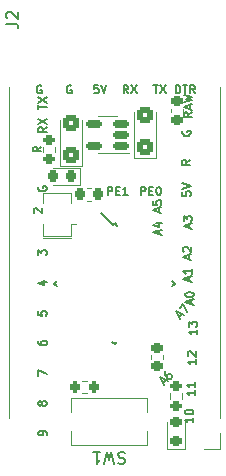
<source format=gbr>
%TF.GenerationSoftware,KiCad,Pcbnew,6.0.11-2627ca5db0~126~ubuntu22.04.1*%
%TF.CreationDate,2023-09-30T14:12:33+02:00*%
%TF.ProjectId,atmega328pb-nano,61746d65-6761-4333-9238-70622d6e616e,rev?*%
%TF.SameCoordinates,Original*%
%TF.FileFunction,Legend,Top*%
%TF.FilePolarity,Positive*%
%FSLAX46Y46*%
G04 Gerber Fmt 4.6, Leading zero omitted, Abs format (unit mm)*
G04 Created by KiCad (PCBNEW 6.0.11-2627ca5db0~126~ubuntu22.04.1) date 2023-09-30 14:12:33*
%MOMM*%
%LPD*%
G01*
G04 APERTURE LIST*
G04 Aperture macros list*
%AMRoundRect*
0 Rectangle with rounded corners*
0 $1 Rounding radius*
0 $2 $3 $4 $5 $6 $7 $8 $9 X,Y pos of 4 corners*
0 Add a 4 corners polygon primitive as box body*
4,1,4,$2,$3,$4,$5,$6,$7,$8,$9,$2,$3,0*
0 Add four circle primitives for the rounded corners*
1,1,$1+$1,$2,$3*
1,1,$1+$1,$4,$5*
1,1,$1+$1,$6,$7*
1,1,$1+$1,$8,$9*
0 Add four rect primitives between the rounded corners*
20,1,$1+$1,$2,$3,$4,$5,0*
20,1,$1+$1,$4,$5,$6,$7,0*
20,1,$1+$1,$6,$7,$8,$9,0*
20,1,$1+$1,$8,$9,$2,$3,0*%
%AMRotRect*
0 Rectangle, with rotation*
0 The origin of the aperture is its center*
0 $1 length*
0 $2 width*
0 $3 Rotation angle, in degrees counterclockwise*
0 Add horizontal line*
21,1,$1,$2,0,0,$3*%
G04 Aperture macros list end*
%ADD10C,0.150000*%
%ADD11C,0.120000*%
%ADD12R,1.700000X1.700000*%
%ADD13O,1.700000X1.700000*%
%ADD14RoundRect,0.200000X-0.200000X-0.275000X0.200000X-0.275000X0.200000X0.275000X-0.200000X0.275000X0*%
%ADD15RoundRect,0.200000X0.275000X-0.200000X0.275000X0.200000X-0.275000X0.200000X-0.275000X-0.200000X0*%
%ADD16RoundRect,0.225000X0.250000X-0.225000X0.250000X0.225000X-0.250000X0.225000X-0.250000X-0.225000X0*%
%ADD17RoundRect,0.218750X0.218750X0.256250X-0.218750X0.256250X-0.218750X-0.256250X0.218750X-0.256250X0*%
%ADD18RoundRect,0.250000X0.425000X-0.450000X0.425000X0.450000X-0.425000X0.450000X-0.425000X-0.450000X0*%
%ADD19R,1.900000X0.400000*%
%ADD20RoundRect,0.225000X-0.225000X-0.250000X0.225000X-0.250000X0.225000X0.250000X-0.225000X0.250000X0*%
%ADD21RoundRect,0.225000X-0.250000X0.225000X-0.250000X-0.225000X0.250000X-0.225000X0.250000X0.225000X0*%
%ADD22RoundRect,0.150000X0.512500X0.150000X-0.512500X0.150000X-0.512500X-0.150000X0.512500X-0.150000X0*%
%ADD23RoundRect,0.218750X0.256250X-0.218750X0.256250X0.218750X-0.256250X0.218750X-0.256250X-0.218750X0*%
%ADD24RotRect,1.600000X0.550000X315.000000*%
%ADD25RotRect,1.600000X0.550000X45.000000*%
%ADD26R,1.250000X1.000000*%
G04 APERTURE END LIST*
D10*
X182891666Y-94791666D02*
X183291666Y-94791666D01*
X183091666Y-95491666D02*
X183091666Y-94791666D01*
X183458333Y-94791666D02*
X183925000Y-95491666D01*
X183925000Y-94791666D02*
X183458333Y-95491666D01*
X173141666Y-96833333D02*
X173141666Y-96433333D01*
X173841666Y-96633333D02*
X173141666Y-96633333D01*
X173141666Y-96266666D02*
X173841666Y-95800000D01*
X173141666Y-95800000D02*
X173841666Y-96266666D01*
X173841666Y-124383333D02*
X173841666Y-124250000D01*
X173808333Y-124183333D01*
X173775000Y-124150000D01*
X173675000Y-124083333D01*
X173541666Y-124050000D01*
X173275000Y-124050000D01*
X173208333Y-124083333D01*
X173175000Y-124116666D01*
X173141666Y-124183333D01*
X173141666Y-124316666D01*
X173175000Y-124383333D01*
X173208333Y-124416666D01*
X173275000Y-124450000D01*
X173441666Y-124450000D01*
X173508333Y-124416666D01*
X173541666Y-124383333D01*
X173575000Y-124316666D01*
X173575000Y-124183333D01*
X173541666Y-124116666D01*
X173508333Y-124083333D01*
X173441666Y-124050000D01*
X186266666Y-122933333D02*
X186266666Y-123333333D01*
X186266666Y-123133333D02*
X185566666Y-123133333D01*
X185666666Y-123200000D01*
X185733333Y-123266666D01*
X185766666Y-123333333D01*
X185566666Y-122500000D02*
X185566666Y-122433333D01*
X185600000Y-122366666D01*
X185633333Y-122333333D01*
X185700000Y-122300000D01*
X185833333Y-122266666D01*
X186000000Y-122266666D01*
X186133333Y-122300000D01*
X186200000Y-122333333D01*
X186233333Y-122366666D01*
X186266666Y-122433333D01*
X186266666Y-122500000D01*
X186233333Y-122566666D01*
X186200000Y-122600000D01*
X186133333Y-122633333D01*
X186000000Y-122666666D01*
X185833333Y-122666666D01*
X185700000Y-122633333D01*
X185633333Y-122600000D01*
X185600000Y-122566666D01*
X185566666Y-122500000D01*
X185916666Y-111350000D02*
X185916666Y-111016666D01*
X186116666Y-111416666D02*
X185416666Y-111183333D01*
X186116666Y-110950000D01*
X186116666Y-110350000D02*
X186116666Y-110750000D01*
X186116666Y-110550000D02*
X185416666Y-110550000D01*
X185516666Y-110616666D01*
X185583333Y-110683333D01*
X185616666Y-110750000D01*
X186566666Y-115483333D02*
X186566666Y-115883333D01*
X186566666Y-115683333D02*
X185866666Y-115683333D01*
X185966666Y-115750000D01*
X186033333Y-115816666D01*
X186066666Y-115883333D01*
X185866666Y-115250000D02*
X185866666Y-114816666D01*
X186133333Y-115050000D01*
X186133333Y-114950000D01*
X186166666Y-114883333D01*
X186200000Y-114850000D01*
X186266666Y-114816666D01*
X186433333Y-114816666D01*
X186500000Y-114850000D01*
X186533333Y-114883333D01*
X186566666Y-114950000D01*
X186566666Y-115150000D01*
X186533333Y-115216666D01*
X186500000Y-115250000D01*
X183678942Y-120011049D02*
X183914644Y-119775346D01*
X183773223Y-120199610D02*
X183443240Y-119539644D01*
X184103206Y-119869627D01*
X183985355Y-118997529D02*
X183891074Y-119091810D01*
X183867504Y-119162521D01*
X183867504Y-119209661D01*
X183891074Y-119327512D01*
X183961785Y-119445363D01*
X184150346Y-119633925D01*
X184221057Y-119657495D01*
X184268198Y-119657495D01*
X184338908Y-119633925D01*
X184433189Y-119539644D01*
X184456759Y-119468933D01*
X184456759Y-119421793D01*
X184433189Y-119351082D01*
X184315338Y-119233231D01*
X184244627Y-119209661D01*
X184197487Y-119209661D01*
X184126776Y-119233231D01*
X184032495Y-119327512D01*
X184008925Y-119398223D01*
X184008925Y-119445363D01*
X184032495Y-119516074D01*
X181841666Y-104091666D02*
X181841666Y-103391666D01*
X182108333Y-103391666D01*
X182175000Y-103425000D01*
X182208333Y-103458333D01*
X182241666Y-103525000D01*
X182241666Y-103625000D01*
X182208333Y-103691666D01*
X182175000Y-103725000D01*
X182108333Y-103758333D01*
X181841666Y-103758333D01*
X182541666Y-103725000D02*
X182775000Y-103725000D01*
X182875000Y-104091666D02*
X182541666Y-104091666D01*
X182541666Y-103391666D01*
X182875000Y-103391666D01*
X183308333Y-103391666D02*
X183375000Y-103391666D01*
X183441666Y-103425000D01*
X183475000Y-103458333D01*
X183508333Y-103525000D01*
X183541666Y-103658333D01*
X183541666Y-103825000D01*
X183508333Y-103958333D01*
X183475000Y-104025000D01*
X183441666Y-104058333D01*
X183375000Y-104091666D01*
X183308333Y-104091666D01*
X183241666Y-104058333D01*
X183208333Y-104025000D01*
X183175000Y-103958333D01*
X183141666Y-103825000D01*
X183141666Y-103658333D01*
X183175000Y-103525000D01*
X183208333Y-103458333D01*
X183241666Y-103425000D01*
X183308333Y-103391666D01*
X185941666Y-106900000D02*
X185941666Y-106566666D01*
X186141666Y-106966666D02*
X185441666Y-106733333D01*
X186141666Y-106500000D01*
X185441666Y-106333333D02*
X185441666Y-105900000D01*
X185708333Y-106133333D01*
X185708333Y-106033333D01*
X185741666Y-105966666D01*
X185775000Y-105933333D01*
X185841666Y-105900000D01*
X186008333Y-105900000D01*
X186075000Y-105933333D01*
X186108333Y-105966666D01*
X186141666Y-106033333D01*
X186141666Y-106233333D01*
X186108333Y-106300000D01*
X186075000Y-106333333D01*
X185375000Y-98691666D02*
X185341666Y-98758333D01*
X185341666Y-98858333D01*
X185375000Y-98958333D01*
X185441666Y-99025000D01*
X185508333Y-99058333D01*
X185641666Y-99091666D01*
X185741666Y-99091666D01*
X185875000Y-99058333D01*
X185941666Y-99025000D01*
X186008333Y-98958333D01*
X186041666Y-98858333D01*
X186041666Y-98791666D01*
X186008333Y-98691666D01*
X185975000Y-98658333D01*
X185741666Y-98658333D01*
X185741666Y-98791666D01*
X186091666Y-113325000D02*
X186091666Y-112991666D01*
X186291666Y-113391666D02*
X185591666Y-113158333D01*
X186291666Y-112925000D01*
X185591666Y-112558333D02*
X185591666Y-112491666D01*
X185625000Y-112425000D01*
X185658333Y-112391666D01*
X185725000Y-112358333D01*
X185858333Y-112325000D01*
X186025000Y-112325000D01*
X186158333Y-112358333D01*
X186225000Y-112391666D01*
X186258333Y-112425000D01*
X186291666Y-112491666D01*
X186291666Y-112558333D01*
X186258333Y-112625000D01*
X186225000Y-112658333D01*
X186158333Y-112691666D01*
X186025000Y-112725000D01*
X185858333Y-112725000D01*
X185725000Y-112691666D01*
X185658333Y-112658333D01*
X185625000Y-112625000D01*
X185591666Y-112558333D01*
X180758333Y-95491666D02*
X180525000Y-95158333D01*
X180358333Y-95491666D02*
X180358333Y-94791666D01*
X180625000Y-94791666D01*
X180691666Y-94825000D01*
X180725000Y-94858333D01*
X180758333Y-94925000D01*
X180758333Y-95025000D01*
X180725000Y-95091666D01*
X180691666Y-95125000D01*
X180625000Y-95158333D01*
X180358333Y-95158333D01*
X180991666Y-94791666D02*
X181458333Y-95491666D01*
X181458333Y-94791666D02*
X180991666Y-95491666D01*
X173141666Y-113933333D02*
X173141666Y-114266666D01*
X173475000Y-114300000D01*
X173441666Y-114266666D01*
X173408333Y-114200000D01*
X173408333Y-114033333D01*
X173441666Y-113966666D01*
X173475000Y-113933333D01*
X173541666Y-113900000D01*
X173708333Y-113900000D01*
X173775000Y-113933333D01*
X173808333Y-113966666D01*
X173841666Y-114033333D01*
X173841666Y-114200000D01*
X173808333Y-114266666D01*
X173775000Y-114300000D01*
X179016666Y-104091666D02*
X179016666Y-103391666D01*
X179283333Y-103391666D01*
X179350000Y-103425000D01*
X179383333Y-103458333D01*
X179416666Y-103525000D01*
X179416666Y-103625000D01*
X179383333Y-103691666D01*
X179350000Y-103725000D01*
X179283333Y-103758333D01*
X179016666Y-103758333D01*
X179716666Y-103725000D02*
X179950000Y-103725000D01*
X180050000Y-104091666D02*
X179716666Y-104091666D01*
X179716666Y-103391666D01*
X180050000Y-103391666D01*
X180716666Y-104091666D02*
X180316666Y-104091666D01*
X180516666Y-104091666D02*
X180516666Y-103391666D01*
X180450000Y-103491666D01*
X180383333Y-103558333D01*
X180316666Y-103591666D01*
X178216666Y-94791666D02*
X177883333Y-94791666D01*
X177850000Y-95125000D01*
X177883333Y-95091666D01*
X177950000Y-95058333D01*
X178116666Y-95058333D01*
X178183333Y-95091666D01*
X178216666Y-95125000D01*
X178250000Y-95191666D01*
X178250000Y-95358333D01*
X178216666Y-95425000D01*
X178183333Y-95458333D01*
X178116666Y-95491666D01*
X177950000Y-95491666D01*
X177883333Y-95458333D01*
X177850000Y-95425000D01*
X178450000Y-94791666D02*
X178683333Y-95491666D01*
X178916666Y-94791666D01*
X175933333Y-94825000D02*
X175866666Y-94791666D01*
X175766666Y-94791666D01*
X175666666Y-94825000D01*
X175600000Y-94891666D01*
X175566666Y-94958333D01*
X175533333Y-95091666D01*
X175533333Y-95191666D01*
X175566666Y-95325000D01*
X175600000Y-95391666D01*
X175666666Y-95458333D01*
X175766666Y-95491666D01*
X175833333Y-95491666D01*
X175933333Y-95458333D01*
X175966666Y-95425000D01*
X175966666Y-95191666D01*
X175833333Y-95191666D01*
X185891666Y-109500000D02*
X185891666Y-109166666D01*
X186091666Y-109566666D02*
X185391666Y-109333333D01*
X186091666Y-109100000D01*
X185458333Y-108900000D02*
X185425000Y-108866666D01*
X185391666Y-108800000D01*
X185391666Y-108633333D01*
X185425000Y-108566666D01*
X185458333Y-108533333D01*
X185525000Y-108500000D01*
X185591666Y-108500000D01*
X185691666Y-108533333D01*
X186091666Y-108933333D01*
X186091666Y-108500000D01*
X173175000Y-103391666D02*
X173141666Y-103458333D01*
X173141666Y-103558333D01*
X173175000Y-103658333D01*
X173241666Y-103725000D01*
X173308333Y-103758333D01*
X173441666Y-103791666D01*
X173541666Y-103791666D01*
X173675000Y-103758333D01*
X173741666Y-103725000D01*
X173808333Y-103658333D01*
X173841666Y-103558333D01*
X173841666Y-103491666D01*
X173808333Y-103391666D01*
X173775000Y-103358333D01*
X173541666Y-103358333D01*
X173541666Y-103491666D01*
X172808333Y-105625000D02*
X172775000Y-105591666D01*
X172741666Y-105525000D01*
X172741666Y-105358333D01*
X172775000Y-105291666D01*
X172808333Y-105258333D01*
X172875000Y-105225000D01*
X172941666Y-105225000D01*
X173041666Y-105258333D01*
X173441666Y-105658333D01*
X173441666Y-105225000D01*
X173141666Y-119408333D02*
X173141666Y-118941666D01*
X173841666Y-119241666D01*
X173141666Y-109208333D02*
X173141666Y-108775000D01*
X173408333Y-109008333D01*
X173408333Y-108908333D01*
X173441666Y-108841666D01*
X173475000Y-108808333D01*
X173541666Y-108775000D01*
X173708333Y-108775000D01*
X173775000Y-108808333D01*
X173808333Y-108841666D01*
X173841666Y-108908333D01*
X173841666Y-109108333D01*
X173808333Y-109175000D01*
X173775000Y-109208333D01*
X173141666Y-116491666D02*
X173141666Y-116625000D01*
X173175000Y-116691666D01*
X173208333Y-116725000D01*
X173308333Y-116791666D01*
X173441666Y-116825000D01*
X173708333Y-116825000D01*
X173775000Y-116791666D01*
X173808333Y-116758333D01*
X173841666Y-116691666D01*
X173841666Y-116558333D01*
X173808333Y-116491666D01*
X173775000Y-116458333D01*
X173708333Y-116425000D01*
X173541666Y-116425000D01*
X173475000Y-116458333D01*
X173441666Y-116491666D01*
X173408333Y-116558333D01*
X173408333Y-116691666D01*
X173441666Y-116758333D01*
X173475000Y-116791666D01*
X173541666Y-116825000D01*
X173391666Y-100008333D02*
X173058333Y-100241666D01*
X173391666Y-100408333D02*
X172691666Y-100408333D01*
X172691666Y-100141666D01*
X172725000Y-100075000D01*
X172758333Y-100041666D01*
X172825000Y-100008333D01*
X172925000Y-100008333D01*
X172991666Y-100041666D01*
X173025000Y-100075000D01*
X173058333Y-100141666D01*
X173058333Y-100408333D01*
X185341666Y-103808333D02*
X185341666Y-104141666D01*
X185675000Y-104175000D01*
X185641666Y-104141666D01*
X185608333Y-104075000D01*
X185608333Y-103908333D01*
X185641666Y-103841666D01*
X185675000Y-103808333D01*
X185741666Y-103775000D01*
X185908333Y-103775000D01*
X185975000Y-103808333D01*
X186008333Y-103841666D01*
X186041666Y-103908333D01*
X186041666Y-104075000D01*
X186008333Y-104141666D01*
X185975000Y-104175000D01*
X185341666Y-103575000D02*
X186041666Y-103341666D01*
X185341666Y-103108333D01*
X186491666Y-118008333D02*
X186491666Y-118408333D01*
X186491666Y-118208333D02*
X185791666Y-118208333D01*
X185891666Y-118275000D01*
X185958333Y-118341666D01*
X185991666Y-118408333D01*
X185858333Y-117741666D02*
X185825000Y-117708333D01*
X185791666Y-117641666D01*
X185791666Y-117475000D01*
X185825000Y-117408333D01*
X185858333Y-117375000D01*
X185925000Y-117341666D01*
X185991666Y-117341666D01*
X186091666Y-117375000D01*
X186491666Y-117775000D01*
X186491666Y-117341666D01*
X186016666Y-101133333D02*
X185683333Y-101366666D01*
X186016666Y-101533333D02*
X185316666Y-101533333D01*
X185316666Y-101266666D01*
X185350000Y-101200000D01*
X185383333Y-101166666D01*
X185450000Y-101133333D01*
X185550000Y-101133333D01*
X185616666Y-101166666D01*
X185650000Y-101200000D01*
X185683333Y-101266666D01*
X185683333Y-101533333D01*
X186416666Y-120633333D02*
X186416666Y-121033333D01*
X186416666Y-120833333D02*
X185716666Y-120833333D01*
X185816666Y-120900000D01*
X185883333Y-120966666D01*
X185916666Y-121033333D01*
X186416666Y-119966666D02*
X186416666Y-120366666D01*
X186416666Y-120166666D02*
X185716666Y-120166666D01*
X185816666Y-120233333D01*
X185883333Y-120300000D01*
X185916666Y-120366666D01*
X173441666Y-121791666D02*
X173408333Y-121858333D01*
X173375000Y-121891666D01*
X173308333Y-121925000D01*
X173275000Y-121925000D01*
X173208333Y-121891666D01*
X173175000Y-121858333D01*
X173141666Y-121791666D01*
X173141666Y-121658333D01*
X173175000Y-121591666D01*
X173208333Y-121558333D01*
X173275000Y-121525000D01*
X173308333Y-121525000D01*
X173375000Y-121558333D01*
X173408333Y-121591666D01*
X173441666Y-121658333D01*
X173441666Y-121791666D01*
X173475000Y-121858333D01*
X173508333Y-121891666D01*
X173575000Y-121925000D01*
X173708333Y-121925000D01*
X173775000Y-121891666D01*
X173808333Y-121858333D01*
X173841666Y-121791666D01*
X173841666Y-121658333D01*
X173808333Y-121591666D01*
X173775000Y-121558333D01*
X173708333Y-121525000D01*
X173575000Y-121525000D01*
X173508333Y-121558333D01*
X173475000Y-121591666D01*
X173441666Y-121658333D01*
X186166666Y-97083333D02*
X185833333Y-97316666D01*
X186166666Y-97483333D02*
X185466666Y-97483333D01*
X185466666Y-97216666D01*
X185500000Y-97150000D01*
X185533333Y-97116666D01*
X185600000Y-97083333D01*
X185700000Y-97083333D01*
X185766666Y-97116666D01*
X185800000Y-97150000D01*
X185833333Y-97216666D01*
X185833333Y-97483333D01*
X185966666Y-96816666D02*
X185966666Y-96483333D01*
X186166666Y-96883333D02*
X185466666Y-96650000D01*
X186166666Y-96416666D01*
X185466666Y-96250000D02*
X186166666Y-96083333D01*
X185666666Y-95950000D01*
X186166666Y-95816666D01*
X185466666Y-95650000D01*
X173375000Y-111416666D02*
X173841666Y-111416666D01*
X173108333Y-111583333D02*
X173608333Y-111750000D01*
X173608333Y-111316666D01*
X173408333Y-94825000D02*
X173341666Y-94791666D01*
X173241666Y-94791666D01*
X173141666Y-94825000D01*
X173075000Y-94891666D01*
X173041666Y-94958333D01*
X173008333Y-95091666D01*
X173008333Y-95191666D01*
X173041666Y-95325000D01*
X173075000Y-95391666D01*
X173141666Y-95458333D01*
X173241666Y-95491666D01*
X173308333Y-95491666D01*
X173408333Y-95458333D01*
X173441666Y-95425000D01*
X173441666Y-95191666D01*
X173308333Y-95191666D01*
X185053942Y-114386049D02*
X185289644Y-114150346D01*
X185148223Y-114574610D02*
X184818240Y-113914644D01*
X185478206Y-114244627D01*
X185101082Y-113631801D02*
X185431066Y-113301818D01*
X185713908Y-114008925D01*
X183366666Y-105550000D02*
X183366666Y-105216666D01*
X183566666Y-105616666D02*
X182866666Y-105383333D01*
X183566666Y-105150000D01*
X182866666Y-104583333D02*
X182866666Y-104916666D01*
X183200000Y-104950000D01*
X183166666Y-104916666D01*
X183133333Y-104850000D01*
X183133333Y-104683333D01*
X183166666Y-104616666D01*
X183200000Y-104583333D01*
X183266666Y-104550000D01*
X183433333Y-104550000D01*
X183500000Y-104583333D01*
X183533333Y-104616666D01*
X183566666Y-104683333D01*
X183566666Y-104850000D01*
X183533333Y-104916666D01*
X183500000Y-104950000D01*
X184775000Y-95491666D02*
X184775000Y-94791666D01*
X184941666Y-94791666D01*
X185041666Y-94825000D01*
X185108333Y-94891666D01*
X185141666Y-94958333D01*
X185175000Y-95091666D01*
X185175000Y-95191666D01*
X185141666Y-95325000D01*
X185108333Y-95391666D01*
X185041666Y-95458333D01*
X184941666Y-95491666D01*
X184775000Y-95491666D01*
X185375000Y-94791666D02*
X185775000Y-94791666D01*
X185575000Y-95491666D02*
X185575000Y-94791666D01*
X186408333Y-95491666D02*
X186175000Y-95158333D01*
X186008333Y-95491666D02*
X186008333Y-94791666D01*
X186275000Y-94791666D01*
X186341666Y-94825000D01*
X186375000Y-94858333D01*
X186408333Y-94925000D01*
X186408333Y-95025000D01*
X186375000Y-95091666D01*
X186341666Y-95125000D01*
X186275000Y-95158333D01*
X186008333Y-95158333D01*
X173841666Y-98316666D02*
X173508333Y-98550000D01*
X173841666Y-98716666D02*
X173141666Y-98716666D01*
X173141666Y-98450000D01*
X173175000Y-98383333D01*
X173208333Y-98350000D01*
X173275000Y-98316666D01*
X173375000Y-98316666D01*
X173441666Y-98350000D01*
X173475000Y-98383333D01*
X173508333Y-98450000D01*
X173508333Y-98716666D01*
X173141666Y-98083333D02*
X173841666Y-97616666D01*
X173141666Y-97616666D02*
X173841666Y-98083333D01*
X183391666Y-107425000D02*
X183391666Y-107091666D01*
X183591666Y-107491666D02*
X182891666Y-107258333D01*
X183591666Y-107025000D01*
X183125000Y-106491666D02*
X183591666Y-106491666D01*
X182858333Y-106658333D02*
X183358333Y-106825000D01*
X183358333Y-106391666D01*
%TO.C,J2*%
X170432380Y-89573333D02*
X171146666Y-89573333D01*
X171289523Y-89620952D01*
X171384761Y-89716190D01*
X171432380Y-89859047D01*
X171432380Y-89954285D01*
X170527619Y-89144761D02*
X170480000Y-89097142D01*
X170432380Y-89001904D01*
X170432380Y-88763809D01*
X170480000Y-88668571D01*
X170527619Y-88620952D01*
X170622857Y-88573333D01*
X170718095Y-88573333D01*
X170860952Y-88620952D01*
X171432380Y-89192380D01*
X171432380Y-88573333D01*
%TO.C,SW1*%
X180483333Y-125895238D02*
X180340476Y-125847619D01*
X180102380Y-125847619D01*
X180007142Y-125895238D01*
X179959523Y-125942857D01*
X179911904Y-126038095D01*
X179911904Y-126133333D01*
X179959523Y-126228571D01*
X180007142Y-126276190D01*
X180102380Y-126323809D01*
X180292857Y-126371428D01*
X180388095Y-126419047D01*
X180435714Y-126466666D01*
X180483333Y-126561904D01*
X180483333Y-126657142D01*
X180435714Y-126752380D01*
X180388095Y-126800000D01*
X180292857Y-126847619D01*
X180054761Y-126847619D01*
X179911904Y-126800000D01*
X179578571Y-126847619D02*
X179340476Y-125847619D01*
X179150000Y-126561904D01*
X178959523Y-125847619D01*
X178721428Y-126847619D01*
X177816666Y-125847619D02*
X178388095Y-125847619D01*
X178102380Y-125847619D02*
X178102380Y-126847619D01*
X178197619Y-126704761D01*
X178292857Y-126609523D01*
X178388095Y-126561904D01*
D11*
%TO.C,R11*%
X176812742Y-119852500D02*
X177287258Y-119852500D01*
X176812742Y-120897500D02*
X177287258Y-120897500D01*
%TO.C,R20*%
X173552500Y-100462258D02*
X173552500Y-99987742D01*
X174597500Y-100462258D02*
X174597500Y-99987742D01*
%TO.C,C12*%
X183710000Y-117940580D02*
X183710000Y-117659420D01*
X182690000Y-117940580D02*
X182690000Y-117659420D01*
%TO.C,D20*%
X174350000Y-103260000D02*
X176635000Y-103260000D01*
X176635000Y-101790000D02*
X174350000Y-101790000D01*
X176635000Y-103260000D02*
X176635000Y-101790000D01*
%TO.C,C21*%
X174940000Y-97750000D02*
X174940000Y-101660000D01*
X174940000Y-101660000D02*
X176810000Y-101660000D01*
X176810000Y-101660000D02*
X176810000Y-97750000D01*
%TO.C,R10*%
X184277500Y-121337258D02*
X184277500Y-120862742D01*
X185322500Y-121337258D02*
X185322500Y-120862742D01*
%TO.C,Y1*%
X175525000Y-107550000D02*
X173525000Y-107550000D01*
X175525000Y-107550000D02*
X175925000Y-107550000D01*
X173525000Y-103950000D02*
X175525000Y-103950000D01*
X173525000Y-104750000D02*
X173525000Y-103950000D01*
X173525000Y-107750000D02*
X175525000Y-107750000D01*
X173525000Y-107550000D02*
X173525000Y-106550000D01*
X175525000Y-103950000D02*
X175925000Y-103950000D01*
X175925000Y-103950000D02*
X175925000Y-104750000D01*
X175525000Y-107750000D02*
X175925000Y-107750000D01*
X175925000Y-106550000D02*
X176325000Y-106550000D01*
X175925000Y-106550000D02*
X175925000Y-107550000D01*
%TO.C,C10*%
X177284420Y-103540000D02*
X177565580Y-103540000D01*
X177284420Y-104560000D02*
X177565580Y-104560000D01*
%TO.C,C13*%
X185360000Y-96809420D02*
X185360000Y-97090580D01*
X184340000Y-96809420D02*
X184340000Y-97090580D01*
%TO.C,U20*%
X179025000Y-100560000D02*
X180825000Y-100560000D01*
X179025000Y-97440000D02*
X178225000Y-97440000D01*
X179025000Y-97440000D02*
X179825000Y-97440000D01*
X179025000Y-100560000D02*
X178225000Y-100560000D01*
%TO.C,D10*%
X184065000Y-123300000D02*
X184065000Y-125585000D01*
X185535000Y-125585000D02*
X185535000Y-123300000D01*
X184065000Y-125585000D02*
X185535000Y-125585000D01*
%TO.C,J10*%
X170670000Y-122980000D02*
X170670000Y-94980000D01*
D10*
%TO.C,U1*%
X174473476Y-111600000D02*
X174703286Y-111370190D01*
X179600000Y-106473476D02*
X179829810Y-106703286D01*
X174473476Y-111600000D02*
X174703286Y-111829810D01*
X179600000Y-106473476D02*
X179440901Y-106632575D01*
X179600000Y-116726524D02*
X179370190Y-116496714D01*
X184726524Y-111600000D02*
X184496714Y-111829810D01*
X179440901Y-106632575D02*
X178433274Y-105624948D01*
X179600000Y-116726524D02*
X179829810Y-116496714D01*
X184726524Y-111600000D02*
X184496714Y-111370190D01*
D11*
%TO.C,SW1*%
X182350000Y-121300000D02*
X175950000Y-121300000D01*
X182350000Y-125300000D02*
X182350000Y-124100000D01*
X175950000Y-121300000D02*
X175950000Y-122500000D01*
X182350000Y-122500000D02*
X182350000Y-121300000D01*
X175950000Y-125300000D02*
X182350000Y-125300000D01*
X175950000Y-124100000D02*
X175950000Y-125300000D01*
%TO.C,J11*%
X188530000Y-124250000D02*
X188530000Y-125580000D01*
X188530000Y-125580000D02*
X187200000Y-125580000D01*
X188530000Y-122980000D02*
X188530000Y-94980000D01*
%TO.C,C20*%
X183085000Y-100960000D02*
X183085000Y-97050000D01*
X181215000Y-97050000D02*
X181215000Y-100960000D01*
X181215000Y-100960000D02*
X183085000Y-100960000D01*
%TD*%
%LPC*%
D12*
%TO.C,J2*%
X173250000Y-93625000D03*
D13*
X175790000Y-93625000D03*
X178330000Y-93625000D03*
X180870000Y-93625000D03*
X183410000Y-93625000D03*
X185950000Y-93625000D03*
%TD*%
D14*
%TO.C,R11*%
X176225000Y-120375000D03*
X177875000Y-120375000D03*
%TD*%
D15*
%TO.C,R20*%
X174075000Y-101050000D03*
X174075000Y-99400000D03*
%TD*%
D13*
%TO.C,J12*%
X184750000Y-107600000D03*
X184750000Y-105060000D03*
%TD*%
D16*
%TO.C,C12*%
X183200000Y-118575000D03*
X183200000Y-117025000D03*
%TD*%
D17*
%TO.C,D20*%
X175937500Y-102525000D03*
X174362500Y-102525000D03*
%TD*%
D18*
%TO.C,C21*%
X175875000Y-100700000D03*
X175875000Y-98000000D03*
%TD*%
D15*
%TO.C,R10*%
X184800000Y-121925000D03*
X184800000Y-120275000D03*
%TD*%
D13*
%TO.C,J14*%
X182020000Y-102225000D03*
X179480000Y-102225000D03*
%TD*%
D19*
%TO.C,Y1*%
X174725000Y-106950000D03*
X174725000Y-105750000D03*
X174725000Y-104550000D03*
%TD*%
D20*
%TO.C,C10*%
X176650000Y-104050000D03*
X178200000Y-104050000D03*
%TD*%
D21*
%TO.C,C13*%
X184850000Y-96175000D03*
X184850000Y-97725000D03*
%TD*%
D13*
%TO.C,J13*%
X184800000Y-118175000D03*
X184800000Y-115635000D03*
%TD*%
D22*
%TO.C,U20*%
X180162500Y-99950000D03*
X180162500Y-99000000D03*
X180162500Y-98050000D03*
X177887500Y-98050000D03*
X177887500Y-99950000D03*
%TD*%
D23*
%TO.C,D10*%
X184800000Y-124887500D03*
X184800000Y-123312500D03*
%TD*%
D12*
%TO.C,J10*%
X172000000Y-124250000D03*
D13*
X172000000Y-121710000D03*
X172000000Y-119170000D03*
X172000000Y-116630000D03*
X172000000Y-114090000D03*
X172000000Y-111550000D03*
X172000000Y-109010000D03*
X172000000Y-106470000D03*
X172000000Y-103930000D03*
X172000000Y-101390000D03*
X172000000Y-98850000D03*
X172000000Y-96310000D03*
%TD*%
D24*
%TO.C,U1*%
X178574695Y-106614897D03*
X178009010Y-107180583D03*
X177443324Y-107746268D03*
X176877639Y-108311953D03*
X176311953Y-108877639D03*
X175746268Y-109443324D03*
X175180583Y-110009010D03*
X174614897Y-110574695D03*
D25*
X174614897Y-112625305D03*
X175180583Y-113190990D03*
X175746268Y-113756676D03*
X176311953Y-114322361D03*
X176877639Y-114888047D03*
X177443324Y-115453732D03*
X178009010Y-116019417D03*
X178574695Y-116585103D03*
D24*
X180625305Y-116585103D03*
X181190990Y-116019417D03*
X181756676Y-115453732D03*
X182322361Y-114888047D03*
X182888047Y-114322361D03*
X183453732Y-113756676D03*
X184019417Y-113190990D03*
X184585103Y-112625305D03*
D25*
X184585103Y-110574695D03*
X184019417Y-110009010D03*
X183453732Y-109443324D03*
X182888047Y-108877639D03*
X182322361Y-108311953D03*
X181756676Y-107746268D03*
X181190990Y-107180583D03*
X180625305Y-106614897D03*
%TD*%
D26*
%TO.C,SW1*%
X183025000Y-123300000D03*
X175275000Y-123300000D03*
%TD*%
D12*
%TO.C,J11*%
X187200000Y-124250000D03*
D13*
X187200000Y-121710000D03*
X187200000Y-119170000D03*
X187200000Y-116630000D03*
X187200000Y-114090000D03*
X187200000Y-111550000D03*
X187200000Y-109010000D03*
X187200000Y-106470000D03*
X187200000Y-103930000D03*
X187200000Y-101390000D03*
X187200000Y-98850000D03*
X187200000Y-96310000D03*
%TD*%
D18*
%TO.C,C20*%
X182150000Y-100000000D03*
X182150000Y-97300000D03*
%TD*%
M02*

</source>
